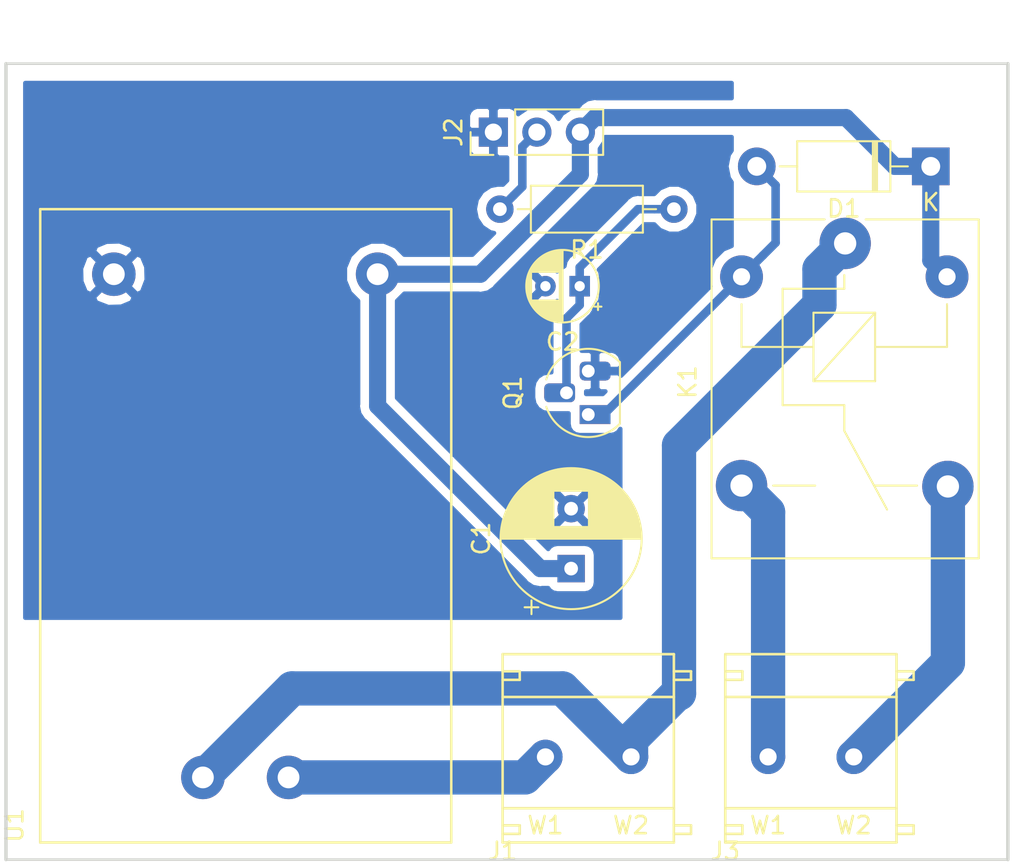
<source format=kicad_pcb>
(kicad_pcb (version 20171130) (host pcbnew 5.0.2-bee76a0~70~ubuntu18.04.1)

  (general
    (thickness 1.6)
    (drawings 4)
    (tracks 47)
    (zones 0)
    (modules 10)
    (nets 10)
  )

  (page A4)
  (layers
    (0 F.Cu signal)
    (31 B.Cu signal)
    (32 B.Adhes user)
    (33 F.Adhes user)
    (34 B.Paste user)
    (35 F.Paste user)
    (36 B.SilkS user)
    (37 F.SilkS user)
    (38 B.Mask user)
    (39 F.Mask user)
    (40 Dwgs.User user)
    (41 Cmts.User user)
    (42 Eco1.User user)
    (43 Eco2.User user)
    (44 Edge.Cuts user)
    (45 Margin user)
    (46 B.CrtYd user)
    (47 F.CrtYd user)
    (48 B.Fab user)
    (49 F.Fab user)
  )

  (setup
    (last_trace_width 0.5)
    (trace_clearance 0.5)
    (zone_clearance 0.508)
    (zone_45_only no)
    (trace_min 0.2)
    (segment_width 0.2)
    (edge_width 0.15)
    (via_size 0.8)
    (via_drill 0.4)
    (via_min_size 0.4)
    (via_min_drill 0.3)
    (uvia_size 0.3)
    (uvia_drill 0.1)
    (uvias_allowed no)
    (uvia_min_size 0.2)
    (uvia_min_drill 0.1)
    (pcb_text_width 0.3)
    (pcb_text_size 1.5 1.5)
    (mod_edge_width 0.15)
    (mod_text_size 1 1)
    (mod_text_width 0.15)
    (pad_size 1.524 1.524)
    (pad_drill 0.762)
    (pad_to_mask_clearance 0.051)
    (solder_mask_min_width 0.25)
    (aux_axis_origin 0 0)
    (visible_elements FFF9FF1F)
    (pcbplotparams
      (layerselection 0x010fc_ffffffff)
      (usegerberextensions false)
      (usegerberattributes false)
      (usegerberadvancedattributes false)
      (creategerberjobfile false)
      (excludeedgelayer true)
      (linewidth 0.100000)
      (plotframeref false)
      (viasonmask false)
      (mode 1)
      (useauxorigin false)
      (hpglpennumber 1)
      (hpglpenspeed 20)
      (hpglpendiameter 15.000000)
      (psnegative false)
      (psa4output false)
      (plotreference true)
      (plotvalue true)
      (plotinvisibletext false)
      (padsonsilk false)
      (subtractmaskfromsilk false)
      (outputformat 1)
      (mirror false)
      (drillshape 1)
      (scaleselection 1)
      (outputdirectory ""))
  )

  (net 0 "")
  (net 1 VCC)
  (net 2 GNDREF)
  (net 3 "Net-(C2-Pad1)")
  (net 4 "Net-(D1-Pad2)")
  (net 5 "Net-(J1-Pad1)")
  (net 6 "Net-(J1-Pad2)")
  (net 7 "Net-(J2-Pad2)")
  (net 8 "Net-(J3-Pad2)")
  (net 9 "Net-(J3-Pad1)")

  (net_class Default "This is the default net class."
    (clearance 0.5)
    (trace_width 0.5)
    (via_dia 0.8)
    (via_drill 0.4)
    (uvia_dia 0.3)
    (uvia_drill 0.1)
    (add_net GNDREF)
    (add_net "Net-(C2-Pad1)")
    (add_net "Net-(D1-Pad2)")
    (add_net "Net-(J2-Pad2)")
  )

  (net_class AC ""
    (clearance 1)
    (trace_width 2)
    (via_dia 0.8)
    (via_drill 0.4)
    (uvia_dia 0.3)
    (uvia_drill 0.1)
    (add_net "Net-(J1-Pad1)")
    (add_net "Net-(J1-Pad2)")
    (add_net "Net-(J3-Pad1)")
    (add_net "Net-(J3-Pad2)")
  )

  (net_class VCC ""
    (clearance 0.5)
    (trace_width 1)
    (via_dia 0.8)
    (via_drill 0.4)
    (uvia_dia 0.3)
    (uvia_drill 0.1)
    (add_net VCC)
  )

  (module Capacitor_THT:CP_Radial_D8.0mm_P3.50mm (layer F.Cu) (tedit 5AE50EF0) (tstamp 5C8B2020)
    (at 132 79 90)
    (descr "CP, Radial series, Radial, pin pitch=3.50mm, , diameter=8mm, Electrolytic Capacitor")
    (tags "CP Radial series Radial pin pitch 3.50mm  diameter 8mm Electrolytic Capacitor")
    (path /5C4964DD)
    (fp_text reference C1 (at 1.75 -5.25 90) (layer F.SilkS)
      (effects (font (size 1 1) (thickness 0.15)))
    )
    (fp_text value 470uF (at 1.75 5.25 90) (layer F.Fab)
      (effects (font (size 1 1) (thickness 0.15)))
    )
    (fp_circle (center 1.75 0) (end 5.75 0) (layer F.Fab) (width 0.1))
    (fp_circle (center 1.75 0) (end 5.87 0) (layer F.SilkS) (width 0.12))
    (fp_circle (center 1.75 0) (end 6 0) (layer F.CrtYd) (width 0.05))
    (fp_line (start -1.676759 -1.7475) (end -0.876759 -1.7475) (layer F.Fab) (width 0.1))
    (fp_line (start -1.276759 -2.1475) (end -1.276759 -1.3475) (layer F.Fab) (width 0.1))
    (fp_line (start 1.75 -4.08) (end 1.75 4.08) (layer F.SilkS) (width 0.12))
    (fp_line (start 1.79 -4.08) (end 1.79 4.08) (layer F.SilkS) (width 0.12))
    (fp_line (start 1.83 -4.08) (end 1.83 4.08) (layer F.SilkS) (width 0.12))
    (fp_line (start 1.87 -4.079) (end 1.87 4.079) (layer F.SilkS) (width 0.12))
    (fp_line (start 1.91 -4.077) (end 1.91 4.077) (layer F.SilkS) (width 0.12))
    (fp_line (start 1.95 -4.076) (end 1.95 4.076) (layer F.SilkS) (width 0.12))
    (fp_line (start 1.99 -4.074) (end 1.99 4.074) (layer F.SilkS) (width 0.12))
    (fp_line (start 2.03 -4.071) (end 2.03 4.071) (layer F.SilkS) (width 0.12))
    (fp_line (start 2.07 -4.068) (end 2.07 4.068) (layer F.SilkS) (width 0.12))
    (fp_line (start 2.11 -4.065) (end 2.11 4.065) (layer F.SilkS) (width 0.12))
    (fp_line (start 2.15 -4.061) (end 2.15 4.061) (layer F.SilkS) (width 0.12))
    (fp_line (start 2.19 -4.057) (end 2.19 4.057) (layer F.SilkS) (width 0.12))
    (fp_line (start 2.23 -4.052) (end 2.23 4.052) (layer F.SilkS) (width 0.12))
    (fp_line (start 2.27 -4.048) (end 2.27 4.048) (layer F.SilkS) (width 0.12))
    (fp_line (start 2.31 -4.042) (end 2.31 4.042) (layer F.SilkS) (width 0.12))
    (fp_line (start 2.35 -4.037) (end 2.35 4.037) (layer F.SilkS) (width 0.12))
    (fp_line (start 2.39 -4.03) (end 2.39 4.03) (layer F.SilkS) (width 0.12))
    (fp_line (start 2.43 -4.024) (end 2.43 4.024) (layer F.SilkS) (width 0.12))
    (fp_line (start 2.471 -4.017) (end 2.471 -1.04) (layer F.SilkS) (width 0.12))
    (fp_line (start 2.471 1.04) (end 2.471 4.017) (layer F.SilkS) (width 0.12))
    (fp_line (start 2.511 -4.01) (end 2.511 -1.04) (layer F.SilkS) (width 0.12))
    (fp_line (start 2.511 1.04) (end 2.511 4.01) (layer F.SilkS) (width 0.12))
    (fp_line (start 2.551 -4.002) (end 2.551 -1.04) (layer F.SilkS) (width 0.12))
    (fp_line (start 2.551 1.04) (end 2.551 4.002) (layer F.SilkS) (width 0.12))
    (fp_line (start 2.591 -3.994) (end 2.591 -1.04) (layer F.SilkS) (width 0.12))
    (fp_line (start 2.591 1.04) (end 2.591 3.994) (layer F.SilkS) (width 0.12))
    (fp_line (start 2.631 -3.985) (end 2.631 -1.04) (layer F.SilkS) (width 0.12))
    (fp_line (start 2.631 1.04) (end 2.631 3.985) (layer F.SilkS) (width 0.12))
    (fp_line (start 2.671 -3.976) (end 2.671 -1.04) (layer F.SilkS) (width 0.12))
    (fp_line (start 2.671 1.04) (end 2.671 3.976) (layer F.SilkS) (width 0.12))
    (fp_line (start 2.711 -3.967) (end 2.711 -1.04) (layer F.SilkS) (width 0.12))
    (fp_line (start 2.711 1.04) (end 2.711 3.967) (layer F.SilkS) (width 0.12))
    (fp_line (start 2.751 -3.957) (end 2.751 -1.04) (layer F.SilkS) (width 0.12))
    (fp_line (start 2.751 1.04) (end 2.751 3.957) (layer F.SilkS) (width 0.12))
    (fp_line (start 2.791 -3.947) (end 2.791 -1.04) (layer F.SilkS) (width 0.12))
    (fp_line (start 2.791 1.04) (end 2.791 3.947) (layer F.SilkS) (width 0.12))
    (fp_line (start 2.831 -3.936) (end 2.831 -1.04) (layer F.SilkS) (width 0.12))
    (fp_line (start 2.831 1.04) (end 2.831 3.936) (layer F.SilkS) (width 0.12))
    (fp_line (start 2.871 -3.925) (end 2.871 -1.04) (layer F.SilkS) (width 0.12))
    (fp_line (start 2.871 1.04) (end 2.871 3.925) (layer F.SilkS) (width 0.12))
    (fp_line (start 2.911 -3.914) (end 2.911 -1.04) (layer F.SilkS) (width 0.12))
    (fp_line (start 2.911 1.04) (end 2.911 3.914) (layer F.SilkS) (width 0.12))
    (fp_line (start 2.951 -3.902) (end 2.951 -1.04) (layer F.SilkS) (width 0.12))
    (fp_line (start 2.951 1.04) (end 2.951 3.902) (layer F.SilkS) (width 0.12))
    (fp_line (start 2.991 -3.889) (end 2.991 -1.04) (layer F.SilkS) (width 0.12))
    (fp_line (start 2.991 1.04) (end 2.991 3.889) (layer F.SilkS) (width 0.12))
    (fp_line (start 3.031 -3.877) (end 3.031 -1.04) (layer F.SilkS) (width 0.12))
    (fp_line (start 3.031 1.04) (end 3.031 3.877) (layer F.SilkS) (width 0.12))
    (fp_line (start 3.071 -3.863) (end 3.071 -1.04) (layer F.SilkS) (width 0.12))
    (fp_line (start 3.071 1.04) (end 3.071 3.863) (layer F.SilkS) (width 0.12))
    (fp_line (start 3.111 -3.85) (end 3.111 -1.04) (layer F.SilkS) (width 0.12))
    (fp_line (start 3.111 1.04) (end 3.111 3.85) (layer F.SilkS) (width 0.12))
    (fp_line (start 3.151 -3.835) (end 3.151 -1.04) (layer F.SilkS) (width 0.12))
    (fp_line (start 3.151 1.04) (end 3.151 3.835) (layer F.SilkS) (width 0.12))
    (fp_line (start 3.191 -3.821) (end 3.191 -1.04) (layer F.SilkS) (width 0.12))
    (fp_line (start 3.191 1.04) (end 3.191 3.821) (layer F.SilkS) (width 0.12))
    (fp_line (start 3.231 -3.805) (end 3.231 -1.04) (layer F.SilkS) (width 0.12))
    (fp_line (start 3.231 1.04) (end 3.231 3.805) (layer F.SilkS) (width 0.12))
    (fp_line (start 3.271 -3.79) (end 3.271 -1.04) (layer F.SilkS) (width 0.12))
    (fp_line (start 3.271 1.04) (end 3.271 3.79) (layer F.SilkS) (width 0.12))
    (fp_line (start 3.311 -3.774) (end 3.311 -1.04) (layer F.SilkS) (width 0.12))
    (fp_line (start 3.311 1.04) (end 3.311 3.774) (layer F.SilkS) (width 0.12))
    (fp_line (start 3.351 -3.757) (end 3.351 -1.04) (layer F.SilkS) (width 0.12))
    (fp_line (start 3.351 1.04) (end 3.351 3.757) (layer F.SilkS) (width 0.12))
    (fp_line (start 3.391 -3.74) (end 3.391 -1.04) (layer F.SilkS) (width 0.12))
    (fp_line (start 3.391 1.04) (end 3.391 3.74) (layer F.SilkS) (width 0.12))
    (fp_line (start 3.431 -3.722) (end 3.431 -1.04) (layer F.SilkS) (width 0.12))
    (fp_line (start 3.431 1.04) (end 3.431 3.722) (layer F.SilkS) (width 0.12))
    (fp_line (start 3.471 -3.704) (end 3.471 -1.04) (layer F.SilkS) (width 0.12))
    (fp_line (start 3.471 1.04) (end 3.471 3.704) (layer F.SilkS) (width 0.12))
    (fp_line (start 3.511 -3.686) (end 3.511 -1.04) (layer F.SilkS) (width 0.12))
    (fp_line (start 3.511 1.04) (end 3.511 3.686) (layer F.SilkS) (width 0.12))
    (fp_line (start 3.551 -3.666) (end 3.551 -1.04) (layer F.SilkS) (width 0.12))
    (fp_line (start 3.551 1.04) (end 3.551 3.666) (layer F.SilkS) (width 0.12))
    (fp_line (start 3.591 -3.647) (end 3.591 -1.04) (layer F.SilkS) (width 0.12))
    (fp_line (start 3.591 1.04) (end 3.591 3.647) (layer F.SilkS) (width 0.12))
    (fp_line (start 3.631 -3.627) (end 3.631 -1.04) (layer F.SilkS) (width 0.12))
    (fp_line (start 3.631 1.04) (end 3.631 3.627) (layer F.SilkS) (width 0.12))
    (fp_line (start 3.671 -3.606) (end 3.671 -1.04) (layer F.SilkS) (width 0.12))
    (fp_line (start 3.671 1.04) (end 3.671 3.606) (layer F.SilkS) (width 0.12))
    (fp_line (start 3.711 -3.584) (end 3.711 -1.04) (layer F.SilkS) (width 0.12))
    (fp_line (start 3.711 1.04) (end 3.711 3.584) (layer F.SilkS) (width 0.12))
    (fp_line (start 3.751 -3.562) (end 3.751 -1.04) (layer F.SilkS) (width 0.12))
    (fp_line (start 3.751 1.04) (end 3.751 3.562) (layer F.SilkS) (width 0.12))
    (fp_line (start 3.791 -3.54) (end 3.791 -1.04) (layer F.SilkS) (width 0.12))
    (fp_line (start 3.791 1.04) (end 3.791 3.54) (layer F.SilkS) (width 0.12))
    (fp_line (start 3.831 -3.517) (end 3.831 -1.04) (layer F.SilkS) (width 0.12))
    (fp_line (start 3.831 1.04) (end 3.831 3.517) (layer F.SilkS) (width 0.12))
    (fp_line (start 3.871 -3.493) (end 3.871 -1.04) (layer F.SilkS) (width 0.12))
    (fp_line (start 3.871 1.04) (end 3.871 3.493) (layer F.SilkS) (width 0.12))
    (fp_line (start 3.911 -3.469) (end 3.911 -1.04) (layer F.SilkS) (width 0.12))
    (fp_line (start 3.911 1.04) (end 3.911 3.469) (layer F.SilkS) (width 0.12))
    (fp_line (start 3.951 -3.444) (end 3.951 -1.04) (layer F.SilkS) (width 0.12))
    (fp_line (start 3.951 1.04) (end 3.951 3.444) (layer F.SilkS) (width 0.12))
    (fp_line (start 3.991 -3.418) (end 3.991 -1.04) (layer F.SilkS) (width 0.12))
    (fp_line (start 3.991 1.04) (end 3.991 3.418) (layer F.SilkS) (width 0.12))
    (fp_line (start 4.031 -3.392) (end 4.031 -1.04) (layer F.SilkS) (width 0.12))
    (fp_line (start 4.031 1.04) (end 4.031 3.392) (layer F.SilkS) (width 0.12))
    (fp_line (start 4.071 -3.365) (end 4.071 -1.04) (layer F.SilkS) (width 0.12))
    (fp_line (start 4.071 1.04) (end 4.071 3.365) (layer F.SilkS) (width 0.12))
    (fp_line (start 4.111 -3.338) (end 4.111 -1.04) (layer F.SilkS) (width 0.12))
    (fp_line (start 4.111 1.04) (end 4.111 3.338) (layer F.SilkS) (width 0.12))
    (fp_line (start 4.151 -3.309) (end 4.151 -1.04) (layer F.SilkS) (width 0.12))
    (fp_line (start 4.151 1.04) (end 4.151 3.309) (layer F.SilkS) (width 0.12))
    (fp_line (start 4.191 -3.28) (end 4.191 -1.04) (layer F.SilkS) (width 0.12))
    (fp_line (start 4.191 1.04) (end 4.191 3.28) (layer F.SilkS) (width 0.12))
    (fp_line (start 4.231 -3.25) (end 4.231 -1.04) (layer F.SilkS) (width 0.12))
    (fp_line (start 4.231 1.04) (end 4.231 3.25) (layer F.SilkS) (width 0.12))
    (fp_line (start 4.271 -3.22) (end 4.271 -1.04) (layer F.SilkS) (width 0.12))
    (fp_line (start 4.271 1.04) (end 4.271 3.22) (layer F.SilkS) (width 0.12))
    (fp_line (start 4.311 -3.189) (end 4.311 -1.04) (layer F.SilkS) (width 0.12))
    (fp_line (start 4.311 1.04) (end 4.311 3.189) (layer F.SilkS) (width 0.12))
    (fp_line (start 4.351 -3.156) (end 4.351 -1.04) (layer F.SilkS) (width 0.12))
    (fp_line (start 4.351 1.04) (end 4.351 3.156) (layer F.SilkS) (width 0.12))
    (fp_line (start 4.391 -3.124) (end 4.391 -1.04) (layer F.SilkS) (width 0.12))
    (fp_line (start 4.391 1.04) (end 4.391 3.124) (layer F.SilkS) (width 0.12))
    (fp_line (start 4.431 -3.09) (end 4.431 -1.04) (layer F.SilkS) (width 0.12))
    (fp_line (start 4.431 1.04) (end 4.431 3.09) (layer F.SilkS) (width 0.12))
    (fp_line (start 4.471 -3.055) (end 4.471 -1.04) (layer F.SilkS) (width 0.12))
    (fp_line (start 4.471 1.04) (end 4.471 3.055) (layer F.SilkS) (width 0.12))
    (fp_line (start 4.511 -3.019) (end 4.511 -1.04) (layer F.SilkS) (width 0.12))
    (fp_line (start 4.511 1.04) (end 4.511 3.019) (layer F.SilkS) (width 0.12))
    (fp_line (start 4.551 -2.983) (end 4.551 2.983) (layer F.SilkS) (width 0.12))
    (fp_line (start 4.591 -2.945) (end 4.591 2.945) (layer F.SilkS) (width 0.12))
    (fp_line (start 4.631 -2.907) (end 4.631 2.907) (layer F.SilkS) (width 0.12))
    (fp_line (start 4.671 -2.867) (end 4.671 2.867) (layer F.SilkS) (width 0.12))
    (fp_line (start 4.711 -2.826) (end 4.711 2.826) (layer F.SilkS) (width 0.12))
    (fp_line (start 4.751 -2.784) (end 4.751 2.784) (layer F.SilkS) (width 0.12))
    (fp_line (start 4.791 -2.741) (end 4.791 2.741) (layer F.SilkS) (width 0.12))
    (fp_line (start 4.831 -2.697) (end 4.831 2.697) (layer F.SilkS) (width 0.12))
    (fp_line (start 4.871 -2.651) (end 4.871 2.651) (layer F.SilkS) (width 0.12))
    (fp_line (start 4.911 -2.604) (end 4.911 2.604) (layer F.SilkS) (width 0.12))
    (fp_line (start 4.951 -2.556) (end 4.951 2.556) (layer F.SilkS) (width 0.12))
    (fp_line (start 4.991 -2.505) (end 4.991 2.505) (layer F.SilkS) (width 0.12))
    (fp_line (start 5.031 -2.454) (end 5.031 2.454) (layer F.SilkS) (width 0.12))
    (fp_line (start 5.071 -2.4) (end 5.071 2.4) (layer F.SilkS) (width 0.12))
    (fp_line (start 5.111 -2.345) (end 5.111 2.345) (layer F.SilkS) (width 0.12))
    (fp_line (start 5.151 -2.287) (end 5.151 2.287) (layer F.SilkS) (width 0.12))
    (fp_line (start 5.191 -2.228) (end 5.191 2.228) (layer F.SilkS) (width 0.12))
    (fp_line (start 5.231 -2.166) (end 5.231 2.166) (layer F.SilkS) (width 0.12))
    (fp_line (start 5.271 -2.102) (end 5.271 2.102) (layer F.SilkS) (width 0.12))
    (fp_line (start 5.311 -2.034) (end 5.311 2.034) (layer F.SilkS) (width 0.12))
    (fp_line (start 5.351 -1.964) (end 5.351 1.964) (layer F.SilkS) (width 0.12))
    (fp_line (start 5.391 -1.89) (end 5.391 1.89) (layer F.SilkS) (width 0.12))
    (fp_line (start 5.431 -1.813) (end 5.431 1.813) (layer F.SilkS) (width 0.12))
    (fp_line (start 5.471 -1.731) (end 5.471 1.731) (layer F.SilkS) (width 0.12))
    (fp_line (start 5.511 -1.645) (end 5.511 1.645) (layer F.SilkS) (width 0.12))
    (fp_line (start 5.551 -1.552) (end 5.551 1.552) (layer F.SilkS) (width 0.12))
    (fp_line (start 5.591 -1.453) (end 5.591 1.453) (layer F.SilkS) (width 0.12))
    (fp_line (start 5.631 -1.346) (end 5.631 1.346) (layer F.SilkS) (width 0.12))
    (fp_line (start 5.671 -1.229) (end 5.671 1.229) (layer F.SilkS) (width 0.12))
    (fp_line (start 5.711 -1.098) (end 5.711 1.098) (layer F.SilkS) (width 0.12))
    (fp_line (start 5.751 -0.948) (end 5.751 0.948) (layer F.SilkS) (width 0.12))
    (fp_line (start 5.791 -0.768) (end 5.791 0.768) (layer F.SilkS) (width 0.12))
    (fp_line (start 5.831 -0.533) (end 5.831 0.533) (layer F.SilkS) (width 0.12))
    (fp_line (start -2.659698 -2.315) (end -1.859698 -2.315) (layer F.SilkS) (width 0.12))
    (fp_line (start -2.259698 -2.715) (end -2.259698 -1.915) (layer F.SilkS) (width 0.12))
    (fp_text user %R (at 1.75 0 90) (layer F.Fab)
      (effects (font (size 1 1) (thickness 0.15)))
    )
    (pad 1 thru_hole rect (at 0 0 90) (size 1.6 1.6) (drill 0.8) (layers *.Cu *.Mask)
      (net 1 VCC))
    (pad 2 thru_hole circle (at 3.5 0 90) (size 1.6 1.6) (drill 0.8) (layers *.Cu *.Mask)
      (net 2 GNDREF))
    (model ${KISYS3DMOD}/Capacitor_THT.3dshapes/CP_Radial_D8.0mm_P3.50mm.wrl
      (at (xyz 0 0 0))
      (scale (xyz 1 1 1))
      (rotate (xyz 0 0 0))
    )
  )

  (module Capacitor_THT:CP_Radial_D4.0mm_P2.00mm (layer F.Cu) (tedit 5AE50EF0) (tstamp 5C8B4A8F)
    (at 132.5 62.5 180)
    (descr "CP, Radial series, Radial, pin pitch=2.00mm, , diameter=4mm, Electrolytic Capacitor")
    (tags "CP Radial series Radial pin pitch 2.00mm  diameter 4mm Electrolytic Capacitor")
    (path /5C49681B)
    (fp_text reference C2 (at 1 -3.25 180) (layer F.SilkS)
      (effects (font (size 1 1) (thickness 0.15)))
    )
    (fp_text value 4.7uF (at 1 3.25 180) (layer F.Fab)
      (effects (font (size 1 1) (thickness 0.15)))
    )
    (fp_circle (center 1 0) (end 3 0) (layer F.Fab) (width 0.1))
    (fp_circle (center 1 0) (end 3.12 0) (layer F.SilkS) (width 0.12))
    (fp_circle (center 1 0) (end 3.25 0) (layer F.CrtYd) (width 0.05))
    (fp_line (start -0.702554 -0.8675) (end -0.302554 -0.8675) (layer F.Fab) (width 0.1))
    (fp_line (start -0.502554 -1.0675) (end -0.502554 -0.6675) (layer F.Fab) (width 0.1))
    (fp_line (start 1 -2.08) (end 1 2.08) (layer F.SilkS) (width 0.12))
    (fp_line (start 1.04 -2.08) (end 1.04 2.08) (layer F.SilkS) (width 0.12))
    (fp_line (start 1.08 -2.079) (end 1.08 2.079) (layer F.SilkS) (width 0.12))
    (fp_line (start 1.12 -2.077) (end 1.12 2.077) (layer F.SilkS) (width 0.12))
    (fp_line (start 1.16 -2.074) (end 1.16 2.074) (layer F.SilkS) (width 0.12))
    (fp_line (start 1.2 -2.071) (end 1.2 -0.84) (layer F.SilkS) (width 0.12))
    (fp_line (start 1.2 0.84) (end 1.2 2.071) (layer F.SilkS) (width 0.12))
    (fp_line (start 1.24 -2.067) (end 1.24 -0.84) (layer F.SilkS) (width 0.12))
    (fp_line (start 1.24 0.84) (end 1.24 2.067) (layer F.SilkS) (width 0.12))
    (fp_line (start 1.28 -2.062) (end 1.28 -0.84) (layer F.SilkS) (width 0.12))
    (fp_line (start 1.28 0.84) (end 1.28 2.062) (layer F.SilkS) (width 0.12))
    (fp_line (start 1.32 -2.056) (end 1.32 -0.84) (layer F.SilkS) (width 0.12))
    (fp_line (start 1.32 0.84) (end 1.32 2.056) (layer F.SilkS) (width 0.12))
    (fp_line (start 1.36 -2.05) (end 1.36 -0.84) (layer F.SilkS) (width 0.12))
    (fp_line (start 1.36 0.84) (end 1.36 2.05) (layer F.SilkS) (width 0.12))
    (fp_line (start 1.4 -2.042) (end 1.4 -0.84) (layer F.SilkS) (width 0.12))
    (fp_line (start 1.4 0.84) (end 1.4 2.042) (layer F.SilkS) (width 0.12))
    (fp_line (start 1.44 -2.034) (end 1.44 -0.84) (layer F.SilkS) (width 0.12))
    (fp_line (start 1.44 0.84) (end 1.44 2.034) (layer F.SilkS) (width 0.12))
    (fp_line (start 1.48 -2.025) (end 1.48 -0.84) (layer F.SilkS) (width 0.12))
    (fp_line (start 1.48 0.84) (end 1.48 2.025) (layer F.SilkS) (width 0.12))
    (fp_line (start 1.52 -2.016) (end 1.52 -0.84) (layer F.SilkS) (width 0.12))
    (fp_line (start 1.52 0.84) (end 1.52 2.016) (layer F.SilkS) (width 0.12))
    (fp_line (start 1.56 -2.005) (end 1.56 -0.84) (layer F.SilkS) (width 0.12))
    (fp_line (start 1.56 0.84) (end 1.56 2.005) (layer F.SilkS) (width 0.12))
    (fp_line (start 1.6 -1.994) (end 1.6 -0.84) (layer F.SilkS) (width 0.12))
    (fp_line (start 1.6 0.84) (end 1.6 1.994) (layer F.SilkS) (width 0.12))
    (fp_line (start 1.64 -1.982) (end 1.64 -0.84) (layer F.SilkS) (width 0.12))
    (fp_line (start 1.64 0.84) (end 1.64 1.982) (layer F.SilkS) (width 0.12))
    (fp_line (start 1.68 -1.968) (end 1.68 -0.84) (layer F.SilkS) (width 0.12))
    (fp_line (start 1.68 0.84) (end 1.68 1.968) (layer F.SilkS) (width 0.12))
    (fp_line (start 1.721 -1.954) (end 1.721 -0.84) (layer F.SilkS) (width 0.12))
    (fp_line (start 1.721 0.84) (end 1.721 1.954) (layer F.SilkS) (width 0.12))
    (fp_line (start 1.761 -1.94) (end 1.761 -0.84) (layer F.SilkS) (width 0.12))
    (fp_line (start 1.761 0.84) (end 1.761 1.94) (layer F.SilkS) (width 0.12))
    (fp_line (start 1.801 -1.924) (end 1.801 -0.84) (layer F.SilkS) (width 0.12))
    (fp_line (start 1.801 0.84) (end 1.801 1.924) (layer F.SilkS) (width 0.12))
    (fp_line (start 1.841 -1.907) (end 1.841 -0.84) (layer F.SilkS) (width 0.12))
    (fp_line (start 1.841 0.84) (end 1.841 1.907) (layer F.SilkS) (width 0.12))
    (fp_line (start 1.881 -1.889) (end 1.881 -0.84) (layer F.SilkS) (width 0.12))
    (fp_line (start 1.881 0.84) (end 1.881 1.889) (layer F.SilkS) (width 0.12))
    (fp_line (start 1.921 -1.87) (end 1.921 -0.84) (layer F.SilkS) (width 0.12))
    (fp_line (start 1.921 0.84) (end 1.921 1.87) (layer F.SilkS) (width 0.12))
    (fp_line (start 1.961 -1.851) (end 1.961 -0.84) (layer F.SilkS) (width 0.12))
    (fp_line (start 1.961 0.84) (end 1.961 1.851) (layer F.SilkS) (width 0.12))
    (fp_line (start 2.001 -1.83) (end 2.001 -0.84) (layer F.SilkS) (width 0.12))
    (fp_line (start 2.001 0.84) (end 2.001 1.83) (layer F.SilkS) (width 0.12))
    (fp_line (start 2.041 -1.808) (end 2.041 -0.84) (layer F.SilkS) (width 0.12))
    (fp_line (start 2.041 0.84) (end 2.041 1.808) (layer F.SilkS) (width 0.12))
    (fp_line (start 2.081 -1.785) (end 2.081 -0.84) (layer F.SilkS) (width 0.12))
    (fp_line (start 2.081 0.84) (end 2.081 1.785) (layer F.SilkS) (width 0.12))
    (fp_line (start 2.121 -1.76) (end 2.121 -0.84) (layer F.SilkS) (width 0.12))
    (fp_line (start 2.121 0.84) (end 2.121 1.76) (layer F.SilkS) (width 0.12))
    (fp_line (start 2.161 -1.735) (end 2.161 -0.84) (layer F.SilkS) (width 0.12))
    (fp_line (start 2.161 0.84) (end 2.161 1.735) (layer F.SilkS) (width 0.12))
    (fp_line (start 2.201 -1.708) (end 2.201 -0.84) (layer F.SilkS) (width 0.12))
    (fp_line (start 2.201 0.84) (end 2.201 1.708) (layer F.SilkS) (width 0.12))
    (fp_line (start 2.241 -1.68) (end 2.241 -0.84) (layer F.SilkS) (width 0.12))
    (fp_line (start 2.241 0.84) (end 2.241 1.68) (layer F.SilkS) (width 0.12))
    (fp_line (start 2.281 -1.65) (end 2.281 -0.84) (layer F.SilkS) (width 0.12))
    (fp_line (start 2.281 0.84) (end 2.281 1.65) (layer F.SilkS) (width 0.12))
    (fp_line (start 2.321 -1.619) (end 2.321 -0.84) (layer F.SilkS) (width 0.12))
    (fp_line (start 2.321 0.84) (end 2.321 1.619) (layer F.SilkS) (width 0.12))
    (fp_line (start 2.361 -1.587) (end 2.361 -0.84) (layer F.SilkS) (width 0.12))
    (fp_line (start 2.361 0.84) (end 2.361 1.587) (layer F.SilkS) (width 0.12))
    (fp_line (start 2.401 -1.552) (end 2.401 -0.84) (layer F.SilkS) (width 0.12))
    (fp_line (start 2.401 0.84) (end 2.401 1.552) (layer F.SilkS) (width 0.12))
    (fp_line (start 2.441 -1.516) (end 2.441 -0.84) (layer F.SilkS) (width 0.12))
    (fp_line (start 2.441 0.84) (end 2.441 1.516) (layer F.SilkS) (width 0.12))
    (fp_line (start 2.481 -1.478) (end 2.481 -0.84) (layer F.SilkS) (width 0.12))
    (fp_line (start 2.481 0.84) (end 2.481 1.478) (layer F.SilkS) (width 0.12))
    (fp_line (start 2.521 -1.438) (end 2.521 -0.84) (layer F.SilkS) (width 0.12))
    (fp_line (start 2.521 0.84) (end 2.521 1.438) (layer F.SilkS) (width 0.12))
    (fp_line (start 2.561 -1.396) (end 2.561 -0.84) (layer F.SilkS) (width 0.12))
    (fp_line (start 2.561 0.84) (end 2.561 1.396) (layer F.SilkS) (width 0.12))
    (fp_line (start 2.601 -1.351) (end 2.601 -0.84) (layer F.SilkS) (width 0.12))
    (fp_line (start 2.601 0.84) (end 2.601 1.351) (layer F.SilkS) (width 0.12))
    (fp_line (start 2.641 -1.304) (end 2.641 -0.84) (layer F.SilkS) (width 0.12))
    (fp_line (start 2.641 0.84) (end 2.641 1.304) (layer F.SilkS) (width 0.12))
    (fp_line (start 2.681 -1.254) (end 2.681 -0.84) (layer F.SilkS) (width 0.12))
    (fp_line (start 2.681 0.84) (end 2.681 1.254) (layer F.SilkS) (width 0.12))
    (fp_line (start 2.721 -1.2) (end 2.721 -0.84) (layer F.SilkS) (width 0.12))
    (fp_line (start 2.721 0.84) (end 2.721 1.2) (layer F.SilkS) (width 0.12))
    (fp_line (start 2.761 -1.142) (end 2.761 -0.84) (layer F.SilkS) (width 0.12))
    (fp_line (start 2.761 0.84) (end 2.761 1.142) (layer F.SilkS) (width 0.12))
    (fp_line (start 2.801 -1.08) (end 2.801 -0.84) (layer F.SilkS) (width 0.12))
    (fp_line (start 2.801 0.84) (end 2.801 1.08) (layer F.SilkS) (width 0.12))
    (fp_line (start 2.841 -1.013) (end 2.841 1.013) (layer F.SilkS) (width 0.12))
    (fp_line (start 2.881 -0.94) (end 2.881 0.94) (layer F.SilkS) (width 0.12))
    (fp_line (start 2.921 -0.859) (end 2.921 0.859) (layer F.SilkS) (width 0.12))
    (fp_line (start 2.961 -0.768) (end 2.961 0.768) (layer F.SilkS) (width 0.12))
    (fp_line (start 3.001 -0.664) (end 3.001 0.664) (layer F.SilkS) (width 0.12))
    (fp_line (start 3.041 -0.537) (end 3.041 0.537) (layer F.SilkS) (width 0.12))
    (fp_line (start 3.081 -0.37) (end 3.081 0.37) (layer F.SilkS) (width 0.12))
    (fp_line (start -1.269801 -1.195) (end -0.869801 -1.195) (layer F.SilkS) (width 0.12))
    (fp_line (start -1.069801 -1.395) (end -1.069801 -0.995) (layer F.SilkS) (width 0.12))
    (fp_text user %R (at 1 0 180) (layer F.Fab)
      (effects (font (size 0.8 0.8) (thickness 0.12)))
    )
    (pad 1 thru_hole rect (at 0 0 180) (size 1.2 1.2) (drill 0.6) (layers *.Cu *.Mask)
      (net 3 "Net-(C2-Pad1)"))
    (pad 2 thru_hole circle (at 2 0 180) (size 1.2 1.2) (drill 0.6) (layers *.Cu *.Mask)
      (net 2 GNDREF))
    (model ${KISYS3DMOD}/Capacitor_THT.3dshapes/CP_Radial_D4.0mm_P2.00mm.wrl
      (at (xyz 0 0 0))
      (scale (xyz 1 1 1))
      (rotate (xyz 0 0 0))
    )
  )

  (module Diode_THT:D_DO-41_SOD81_P10.16mm_Horizontal (layer F.Cu) (tedit 5AE50CD5) (tstamp 5C8B3B47)
    (at 153 55.5 180)
    (descr "Diode, DO-41_SOD81 series, Axial, Horizontal, pin pitch=10.16mm, , length*diameter=5.2*2.7mm^2, , http://www.diodes.com/_files/packages/DO-41%20(Plastic).pdf")
    (tags "Diode DO-41_SOD81 series Axial Horizontal pin pitch 10.16mm  length 5.2mm diameter 2.7mm")
    (path /5C496100)
    (fp_text reference D1 (at 5.08 -2.47 180) (layer F.SilkS)
      (effects (font (size 1 1) (thickness 0.15)))
    )
    (fp_text value 1N4001 (at 5.08 2.47 180) (layer F.Fab)
      (effects (font (size 1 1) (thickness 0.15)))
    )
    (fp_line (start 2.48 -1.35) (end 2.48 1.35) (layer F.Fab) (width 0.1))
    (fp_line (start 2.48 1.35) (end 7.68 1.35) (layer F.Fab) (width 0.1))
    (fp_line (start 7.68 1.35) (end 7.68 -1.35) (layer F.Fab) (width 0.1))
    (fp_line (start 7.68 -1.35) (end 2.48 -1.35) (layer F.Fab) (width 0.1))
    (fp_line (start 0 0) (end 2.48 0) (layer F.Fab) (width 0.1))
    (fp_line (start 10.16 0) (end 7.68 0) (layer F.Fab) (width 0.1))
    (fp_line (start 3.26 -1.35) (end 3.26 1.35) (layer F.Fab) (width 0.1))
    (fp_line (start 3.36 -1.35) (end 3.36 1.35) (layer F.Fab) (width 0.1))
    (fp_line (start 3.16 -1.35) (end 3.16 1.35) (layer F.Fab) (width 0.1))
    (fp_line (start 2.36 -1.47) (end 2.36 1.47) (layer F.SilkS) (width 0.12))
    (fp_line (start 2.36 1.47) (end 7.8 1.47) (layer F.SilkS) (width 0.12))
    (fp_line (start 7.8 1.47) (end 7.8 -1.47) (layer F.SilkS) (width 0.12))
    (fp_line (start 7.8 -1.47) (end 2.36 -1.47) (layer F.SilkS) (width 0.12))
    (fp_line (start 1.34 0) (end 2.36 0) (layer F.SilkS) (width 0.12))
    (fp_line (start 8.82 0) (end 7.8 0) (layer F.SilkS) (width 0.12))
    (fp_line (start 3.26 -1.47) (end 3.26 1.47) (layer F.SilkS) (width 0.12))
    (fp_line (start 3.38 -1.47) (end 3.38 1.47) (layer F.SilkS) (width 0.12))
    (fp_line (start 3.14 -1.47) (end 3.14 1.47) (layer F.SilkS) (width 0.12))
    (fp_line (start -1.35 -1.6) (end -1.35 1.6) (layer F.CrtYd) (width 0.05))
    (fp_line (start -1.35 1.6) (end 11.51 1.6) (layer F.CrtYd) (width 0.05))
    (fp_line (start 11.51 1.6) (end 11.51 -1.6) (layer F.CrtYd) (width 0.05))
    (fp_line (start 11.51 -1.6) (end -1.35 -1.6) (layer F.CrtYd) (width 0.05))
    (fp_text user %R (at 5.47 0 180) (layer F.Fab)
      (effects (font (size 1 1) (thickness 0.15)))
    )
    (fp_text user K (at 0 -2.1 180) (layer F.Fab)
      (effects (font (size 1 1) (thickness 0.15)))
    )
    (fp_text user K (at 0 -2.1 180) (layer F.SilkS)
      (effects (font (size 1 1) (thickness 0.15)))
    )
    (pad 1 thru_hole rect (at 0 0 180) (size 2.2 2.2) (drill 1.1) (layers *.Cu *.Mask)
      (net 1 VCC))
    (pad 2 thru_hole oval (at 10.16 0 180) (size 2.2 2.2) (drill 1.1) (layers *.Cu *.Mask)
      (net 4 "Net-(D1-Pad2)"))
    (model ${KISYS3DMOD}/Diode_THT.3dshapes/D_DO-41_SOD81_P10.16mm_Horizontal.wrl
      (at (xyz 0 0 0))
      (scale (xyz 1 1 1))
      (rotate (xyz 0 0 0))
    )
  )

  (module mylibs:Screw_terminal_2pin_P5mm_width10mm (layer F.Cu) (tedit 5C7E6A21) (tstamp 5C8B20C5)
    (at 128 95)
    (path /5C4963C1)
    (fp_text reference J1 (at 0 0.5) (layer F.SilkS)
      (effects (font (size 1 1) (thickness 0.15)))
    )
    (fp_text value Screw_Terminal_01x02 (at 7.5 -12.5) (layer F.Fab)
      (effects (font (size 1 1) (thickness 0.15)))
    )
    (fp_line (start 0 0) (end 0 -11) (layer F.SilkS) (width 0.15))
    (fp_line (start 0 -11) (end 10 -11) (layer F.SilkS) (width 0.15))
    (fp_line (start 10 -11) (end 10 0) (layer F.SilkS) (width 0.15))
    (fp_line (start 10 0) (end 0 0) (layer F.SilkS) (width 0.15))
    (fp_line (start 0 -2) (end 10 -2) (layer F.SilkS) (width 0.15))
    (fp_line (start 0 -8.5) (end 10 -8.5) (layer F.SilkS) (width 0.15))
    (fp_line (start 10 -10) (end 11 -10) (layer F.SilkS) (width 0.15))
    (fp_line (start 11 -10) (end 11 -9.5) (layer F.SilkS) (width 0.15))
    (fp_line (start 11 -9.5) (end 10 -9.5) (layer F.SilkS) (width 0.15))
    (fp_line (start 0 -10) (end 1 -10) (layer F.SilkS) (width 0.15))
    (fp_line (start 1 -10) (end 1 -9.5) (layer F.SilkS) (width 0.15))
    (fp_line (start 1 -9.5) (end 0 -9.5) (layer F.SilkS) (width 0.15))
    (fp_line (start 10 -1) (end 11 -1) (layer F.SilkS) (width 0.15))
    (fp_line (start 11 -1) (end 11 -0.5) (layer F.SilkS) (width 0.15))
    (fp_line (start 11 -0.5) (end 10 -0.5) (layer F.SilkS) (width 0.15))
    (fp_line (start 0 -1) (end 1 -1) (layer F.SilkS) (width 0.15))
    (fp_line (start 1 -1) (end 1 -0.5) (layer F.SilkS) (width 0.15))
    (fp_line (start 1 -0.5) (end 0 -0.5) (layer F.SilkS) (width 0.15))
    (fp_text user W1 (at 2.5 -1) (layer F.SilkS)
      (effects (font (size 1 1) (thickness 0.15)))
    )
    (fp_text user W2 (at 7.5 -1) (layer F.SilkS)
      (effects (font (size 1 1) (thickness 0.15)))
    )
    (pad 1 thru_hole circle (at 2.5 -5) (size 2 2) (drill 1) (layers *.Cu *.Mask)
      (net 5 "Net-(J1-Pad1)"))
    (pad 2 thru_hole circle (at 7.5 -5) (size 2 2) (drill 1) (layers *.Cu *.Mask)
      (net 6 "Net-(J1-Pad2)"))
  )

  (module Connector_PinHeader_2.54mm:PinHeader_1x03_P2.54mm_Vertical (layer F.Cu) (tedit 59FED5CC) (tstamp 5C8B3661)
    (at 127.46 53.5 90)
    (descr "Through hole straight pin header, 1x03, 2.54mm pitch, single row")
    (tags "Through hole pin header THT 1x03 2.54mm single row")
    (path /5C49621D)
    (fp_text reference J2 (at 0 -2.33 90) (layer F.SilkS)
      (effects (font (size 1 1) (thickness 0.15)))
    )
    (fp_text value Conn_01x03_Female (at 0 7.41 90) (layer F.Fab)
      (effects (font (size 1 1) (thickness 0.15)))
    )
    (fp_line (start -0.635 -1.27) (end 1.27 -1.27) (layer F.Fab) (width 0.1))
    (fp_line (start 1.27 -1.27) (end 1.27 6.35) (layer F.Fab) (width 0.1))
    (fp_line (start 1.27 6.35) (end -1.27 6.35) (layer F.Fab) (width 0.1))
    (fp_line (start -1.27 6.35) (end -1.27 -0.635) (layer F.Fab) (width 0.1))
    (fp_line (start -1.27 -0.635) (end -0.635 -1.27) (layer F.Fab) (width 0.1))
    (fp_line (start -1.33 6.41) (end 1.33 6.41) (layer F.SilkS) (width 0.12))
    (fp_line (start -1.33 1.27) (end -1.33 6.41) (layer F.SilkS) (width 0.12))
    (fp_line (start 1.33 1.27) (end 1.33 6.41) (layer F.SilkS) (width 0.12))
    (fp_line (start -1.33 1.27) (end 1.33 1.27) (layer F.SilkS) (width 0.12))
    (fp_line (start -1.33 0) (end -1.33 -1.33) (layer F.SilkS) (width 0.12))
    (fp_line (start -1.33 -1.33) (end 0 -1.33) (layer F.SilkS) (width 0.12))
    (fp_line (start -1.8 -1.8) (end -1.8 6.85) (layer F.CrtYd) (width 0.05))
    (fp_line (start -1.8 6.85) (end 1.8 6.85) (layer F.CrtYd) (width 0.05))
    (fp_line (start 1.8 6.85) (end 1.8 -1.8) (layer F.CrtYd) (width 0.05))
    (fp_line (start 1.8 -1.8) (end -1.8 -1.8) (layer F.CrtYd) (width 0.05))
    (fp_text user %R (at 0 2.54 180) (layer F.Fab)
      (effects (font (size 1 1) (thickness 0.15)))
    )
    (pad 1 thru_hole rect (at 0 0 90) (size 1.7 1.7) (drill 1) (layers *.Cu *.Mask)
      (net 2 GNDREF))
    (pad 2 thru_hole oval (at 0 2.54 90) (size 1.7 1.7) (drill 1) (layers *.Cu *.Mask)
      (net 7 "Net-(J2-Pad2)"))
    (pad 3 thru_hole oval (at 0 5.08 90) (size 1.7 1.7) (drill 1) (layers *.Cu *.Mask)
      (net 1 VCC))
    (model ${KISYS3DMOD}/Connector_PinHeader_2.54mm.3dshapes/PinHeader_1x03_P2.54mm_Vertical.wrl
      (at (xyz 0 0 0))
      (scale (xyz 1 1 1))
      (rotate (xyz 0 0 0))
    )
  )

  (module mylibs:Screw_terminal_2pin_P5mm_width10mm (layer F.Cu) (tedit 5C7E6A21) (tstamp 5C8B20F6)
    (at 141 95)
    (path /5C49642E)
    (fp_text reference J3 (at 0 0.5) (layer F.SilkS)
      (effects (font (size 1 1) (thickness 0.15)))
    )
    (fp_text value Screw_Terminal_01x02 (at 7.5 -12.5) (layer F.Fab)
      (effects (font (size 1 1) (thickness 0.15)))
    )
    (fp_text user W2 (at 7.5 -1) (layer F.SilkS)
      (effects (font (size 1 1) (thickness 0.15)))
    )
    (fp_text user W1 (at 2.5 -1) (layer F.SilkS)
      (effects (font (size 1 1) (thickness 0.15)))
    )
    (fp_line (start 1 -0.5) (end 0 -0.5) (layer F.SilkS) (width 0.15))
    (fp_line (start 1 -1) (end 1 -0.5) (layer F.SilkS) (width 0.15))
    (fp_line (start 0 -1) (end 1 -1) (layer F.SilkS) (width 0.15))
    (fp_line (start 11 -0.5) (end 10 -0.5) (layer F.SilkS) (width 0.15))
    (fp_line (start 11 -1) (end 11 -0.5) (layer F.SilkS) (width 0.15))
    (fp_line (start 10 -1) (end 11 -1) (layer F.SilkS) (width 0.15))
    (fp_line (start 1 -9.5) (end 0 -9.5) (layer F.SilkS) (width 0.15))
    (fp_line (start 1 -10) (end 1 -9.5) (layer F.SilkS) (width 0.15))
    (fp_line (start 0 -10) (end 1 -10) (layer F.SilkS) (width 0.15))
    (fp_line (start 11 -9.5) (end 10 -9.5) (layer F.SilkS) (width 0.15))
    (fp_line (start 11 -10) (end 11 -9.5) (layer F.SilkS) (width 0.15))
    (fp_line (start 10 -10) (end 11 -10) (layer F.SilkS) (width 0.15))
    (fp_line (start 0 -8.5) (end 10 -8.5) (layer F.SilkS) (width 0.15))
    (fp_line (start 0 -2) (end 10 -2) (layer F.SilkS) (width 0.15))
    (fp_line (start 10 0) (end 0 0) (layer F.SilkS) (width 0.15))
    (fp_line (start 10 -11) (end 10 0) (layer F.SilkS) (width 0.15))
    (fp_line (start 0 -11) (end 10 -11) (layer F.SilkS) (width 0.15))
    (fp_line (start 0 0) (end 0 -11) (layer F.SilkS) (width 0.15))
    (pad 2 thru_hole circle (at 7.5 -5) (size 2 2) (drill 1) (layers *.Cu *.Mask)
      (net 8 "Net-(J3-Pad2)"))
    (pad 1 thru_hole circle (at 2.5 -5) (size 2 2) (drill 1) (layers *.Cu *.Mask)
      (net 9 "Net-(J3-Pad1)"))
  )

  (module Relay_THT:Relay_SPDT_SANYOU_SRD_Series_Form_C (layer F.Cu) (tedit 58FA3148) (tstamp 5C8B3A7E)
    (at 148 60 270)
    (descr "relay Sanyou SRD series Form C http://www.sanyourelay.ca/public/products/pdf/SRD.pdf")
    (tags "relay Sanyu SRD form C")
    (path /5C496360)
    (fp_text reference K1 (at 8.1 9.2 270) (layer F.SilkS)
      (effects (font (size 1 1) (thickness 0.15)))
    )
    (fp_text value SANYOU_SRD_Form_C (at 8 -9.6 270) (layer F.Fab)
      (effects (font (size 1 1) (thickness 0.15)))
    )
    (fp_line (start -1.4 1.2) (end -1.4 7.8) (layer F.SilkS) (width 0.12))
    (fp_line (start -1.4 -7.8) (end -1.4 -1.2) (layer F.SilkS) (width 0.12))
    (fp_line (start -1.4 -7.8) (end 18.4 -7.8) (layer F.SilkS) (width 0.12))
    (fp_line (start 18.4 -7.8) (end 18.4 7.8) (layer F.SilkS) (width 0.12))
    (fp_line (start 18.4 7.8) (end -1.4 7.8) (layer F.SilkS) (width 0.12))
    (fp_text user 1 (at 0 -2.3 270) (layer F.Fab)
      (effects (font (size 1 1) (thickness 0.15)))
    )
    (fp_line (start -1.3 -7.7) (end 18.3 -7.7) (layer F.Fab) (width 0.12))
    (fp_line (start 18.3 -7.7) (end 18.3 7.7) (layer F.Fab) (width 0.12))
    (fp_line (start 18.3 7.7) (end -1.3 7.7) (layer F.Fab) (width 0.12))
    (fp_line (start -1.3 7.7) (end -1.3 -7.7) (layer F.Fab) (width 0.12))
    (fp_text user %R (at 7.1 0.025 270) (layer F.Fab)
      (effects (font (size 1 1) (thickness 0.15)))
    )
    (fp_line (start 18.55 -7.95) (end -1.55 -7.95) (layer F.CrtYd) (width 0.05))
    (fp_line (start -1.55 7.95) (end -1.55 -7.95) (layer F.CrtYd) (width 0.05))
    (fp_line (start 18.55 -7.95) (end 18.55 7.95) (layer F.CrtYd) (width 0.05))
    (fp_line (start -1.55 7.95) (end 18.55 7.95) (layer F.CrtYd) (width 0.05))
    (fp_line (start 14.15 4.2) (end 14.15 1.75) (layer F.SilkS) (width 0.12))
    (fp_line (start 14.15 -4.2) (end 14.15 -1.7) (layer F.SilkS) (width 0.12))
    (fp_line (start 3.55 6.05) (end 6.05 6.05) (layer F.SilkS) (width 0.12))
    (fp_line (start 2.65 0.05) (end 1.85 0.05) (layer F.SilkS) (width 0.12))
    (fp_line (start 6.05 -5.95) (end 3.55 -5.95) (layer F.SilkS) (width 0.12))
    (fp_line (start 9.45 0.05) (end 10.95 0.05) (layer F.SilkS) (width 0.12))
    (fp_line (start 10.95 0.05) (end 15.55 -2.45) (layer F.SilkS) (width 0.12))
    (fp_line (start 9.45 3.65) (end 2.65 3.65) (layer F.SilkS) (width 0.12))
    (fp_line (start 9.45 0.05) (end 9.45 3.65) (layer F.SilkS) (width 0.12))
    (fp_line (start 2.65 0.05) (end 2.65 3.65) (layer F.SilkS) (width 0.12))
    (fp_line (start 6.05 -5.95) (end 6.05 -1.75) (layer F.SilkS) (width 0.12))
    (fp_line (start 6.05 1.85) (end 6.05 6.05) (layer F.SilkS) (width 0.12))
    (fp_line (start 8.05 1.85) (end 4.05 -1.75) (layer F.SilkS) (width 0.12))
    (fp_line (start 4.05 1.85) (end 4.05 -1.75) (layer F.SilkS) (width 0.12))
    (fp_line (start 4.05 -1.75) (end 8.05 -1.75) (layer F.SilkS) (width 0.12))
    (fp_line (start 8.05 -1.75) (end 8.05 1.85) (layer F.SilkS) (width 0.12))
    (fp_line (start 8.05 1.85) (end 4.05 1.85) (layer F.SilkS) (width 0.12))
    (pad 2 thru_hole circle (at 1.95 6.05) (size 2.5 2.5) (drill 1) (layers *.Cu *.Mask)
      (net 4 "Net-(D1-Pad2)"))
    (pad 3 thru_hole circle (at 14.15 6.05) (size 3 3) (drill 1.3) (layers *.Cu *.Mask)
      (net 9 "Net-(J3-Pad1)"))
    (pad 4 thru_hole circle (at 14.2 -6) (size 3 3) (drill 1.3) (layers *.Cu *.Mask)
      (net 8 "Net-(J3-Pad2)"))
    (pad 5 thru_hole circle (at 1.95 -5.95) (size 2.5 2.5) (drill 1) (layers *.Cu *.Mask)
      (net 1 VCC))
    (pad 1 thru_hole circle (at 0 0) (size 3 3) (drill 1.3) (layers *.Cu *.Mask)
      (net 6 "Net-(J1-Pad2)"))
    (model ${KISYS3DMOD}/Relay_THT.3dshapes/Relay_SPDT_SANYOU_SRD_Series_Form_C.wrl
      (at (xyz 0 0 0))
      (scale (xyz 1 1 1))
      (rotate (xyz 0 0 0))
    )
  )

  (module Package_TO_SOT_THT:TO-92_HandSolder (layer F.Cu) (tedit 5A282C46) (tstamp 5C8B492B)
    (at 133 70 90)
    (descr "TO-92 leads molded, narrow, drill 0.75mm, handsoldering variant with enlarged pads (see NXP sot054_po.pdf)")
    (tags "to-92 sc-43 sc-43a sot54 PA33 transistor")
    (path /5C496173)
    (fp_text reference Q1 (at 1.27 -4.4 90) (layer F.SilkS)
      (effects (font (size 1 1) (thickness 0.15)))
    )
    (fp_text value BC547 (at 1.27 2.79 90) (layer F.Fab)
      (effects (font (size 1 1) (thickness 0.15)))
    )
    (fp_text user %R (at 1.27 -4.4 90) (layer F.Fab)
      (effects (font (size 1 1) (thickness 0.15)))
    )
    (fp_line (start -0.53 1.85) (end 3.07 1.85) (layer F.SilkS) (width 0.12))
    (fp_line (start -0.5 1.75) (end 3 1.75) (layer F.Fab) (width 0.1))
    (fp_line (start -1.46 -3.05) (end 4 -3.05) (layer F.CrtYd) (width 0.05))
    (fp_line (start -1.45 -3.05) (end -1.46 2.01) (layer F.CrtYd) (width 0.05))
    (fp_line (start 4 2.01) (end 4 -3.05) (layer F.CrtYd) (width 0.05))
    (fp_line (start 4 2.01) (end -1.46 2.01) (layer F.CrtYd) (width 0.05))
    (fp_arc (start 1.27 0) (end 1.27 -2.48) (angle 135) (layer F.Fab) (width 0.1))
    (fp_arc (start 1.27 0) (end 0.45 -2.45) (angle -116.9632683) (layer F.SilkS) (width 0.12))
    (fp_arc (start 1.27 0) (end 1.27 -2.48) (angle -135) (layer F.Fab) (width 0.1))
    (fp_arc (start 1.27 0) (end 2.05 -2.45) (angle 117.6433766) (layer F.SilkS) (width 0.12))
    (pad 2 thru_hole roundrect (at 1.27 -1.27 90) (size 1.1 1.8) (drill 0.75 (offset 0 -0.4)) (layers *.Cu *.Mask) (roundrect_rratio 0.25)
      (net 3 "Net-(C2-Pad1)"))
    (pad 3 thru_hole roundrect (at 2.54 0 90) (size 1.1 1.8) (drill 0.75 (offset 0 0.4)) (layers *.Cu *.Mask) (roundrect_rratio 0.25)
      (net 2 GNDREF))
    (pad 1 thru_hole rect (at 0 0 90) (size 1.1 1.8) (drill 0.75 (offset 0 0.4)) (layers *.Cu *.Mask)
      (net 4 "Net-(D1-Pad2)"))
    (model ${KISYS3DMOD}/Package_TO_SOT_THT.3dshapes/TO-92.wrl
      (at (xyz 0 0 0))
      (scale (xyz 1 1 1))
      (rotate (xyz 0 0 0))
    )
  )

  (module Resistor_THT:R_Axial_DIN0207_L6.3mm_D2.5mm_P10.16mm_Horizontal (layer F.Cu) (tedit 5AE5139B) (tstamp 5C8B4814)
    (at 138 58 180)
    (descr "Resistor, Axial_DIN0207 series, Axial, Horizontal, pin pitch=10.16mm, 0.25W = 1/4W, length*diameter=6.3*2.5mm^2, http://cdn-reichelt.de/documents/datenblatt/B400/1_4W%23YAG.pdf")
    (tags "Resistor Axial_DIN0207 series Axial Horizontal pin pitch 10.16mm 0.25W = 1/4W length 6.3mm diameter 2.5mm")
    (path /5C4962B2)
    (fp_text reference R1 (at 5.08 -2.37 180) (layer F.SilkS)
      (effects (font (size 1 1) (thickness 0.15)))
    )
    (fp_text value 10K (at 5.08 2.37 180) (layer F.Fab)
      (effects (font (size 1 1) (thickness 0.15)))
    )
    (fp_line (start 1.93 -1.25) (end 1.93 1.25) (layer F.Fab) (width 0.1))
    (fp_line (start 1.93 1.25) (end 8.23 1.25) (layer F.Fab) (width 0.1))
    (fp_line (start 8.23 1.25) (end 8.23 -1.25) (layer F.Fab) (width 0.1))
    (fp_line (start 8.23 -1.25) (end 1.93 -1.25) (layer F.Fab) (width 0.1))
    (fp_line (start 0 0) (end 1.93 0) (layer F.Fab) (width 0.1))
    (fp_line (start 10.16 0) (end 8.23 0) (layer F.Fab) (width 0.1))
    (fp_line (start 1.81 -1.37) (end 1.81 1.37) (layer F.SilkS) (width 0.12))
    (fp_line (start 1.81 1.37) (end 8.35 1.37) (layer F.SilkS) (width 0.12))
    (fp_line (start 8.35 1.37) (end 8.35 -1.37) (layer F.SilkS) (width 0.12))
    (fp_line (start 8.35 -1.37) (end 1.81 -1.37) (layer F.SilkS) (width 0.12))
    (fp_line (start 1.04 0) (end 1.81 0) (layer F.SilkS) (width 0.12))
    (fp_line (start 9.12 0) (end 8.35 0) (layer F.SilkS) (width 0.12))
    (fp_line (start -1.05 -1.5) (end -1.05 1.5) (layer F.CrtYd) (width 0.05))
    (fp_line (start -1.05 1.5) (end 11.21 1.5) (layer F.CrtYd) (width 0.05))
    (fp_line (start 11.21 1.5) (end 11.21 -1.5) (layer F.CrtYd) (width 0.05))
    (fp_line (start 11.21 -1.5) (end -1.05 -1.5) (layer F.CrtYd) (width 0.05))
    (fp_text user %R (at 5.08 0 180) (layer F.Fab)
      (effects (font (size 1 1) (thickness 0.15)))
    )
    (pad 1 thru_hole circle (at 0 0 180) (size 1.6 1.6) (drill 0.8) (layers *.Cu *.Mask)
      (net 3 "Net-(C2-Pad1)"))
    (pad 2 thru_hole oval (at 10.16 0 180) (size 1.6 1.6) (drill 0.8) (layers *.Cu *.Mask)
      (net 7 "Net-(J2-Pad2)"))
    (model ${KISYS3DMOD}/Resistor_THT.3dshapes/R_Axial_DIN0207_L6.3mm_D2.5mm_P10.16mm_Horizontal.wrl
      (at (xyz 0 0 0))
      (scale (xyz 1 1 1))
      (rotate (xyz 0 0 0))
    )
  )

  (module mylibs:EASY-POWER (layer F.Cu) (tedit 5C762B09) (tstamp 5C8B2154)
    (at 125 95 90)
    (path /5C7E83E7)
    (fp_text reference U1 (at 1 -25.5 90) (layer F.SilkS)
      (effects (font (size 1 1) (thickness 0.15)))
    )
    (fp_text value Easy-Power (at 19.7 -11.9 90) (layer F.Fab)
      (effects (font (size 1 1) (thickness 0.15)))
    )
    (fp_line (start 0 -24) (end 0 0) (layer F.SilkS) (width 0.15))
    (fp_line (start 37 -24) (end 0 -24) (layer F.SilkS) (width 0.15))
    (fp_line (start 37 0) (end 37 -24) (layer F.SilkS) (width 0.15))
    (fp_line (start 0 0) (end 37 0) (layer F.SilkS) (width 0.15))
    (pad 4 thru_hole circle (at 33.2 -4.3 90) (size 2.54 2.54) (drill 1.27) (layers *.Cu *.Mask)
      (net 1 VCC))
    (pad 3 thru_hole circle (at 33.2 -19.7 90) (size 2.54 2.54) (drill 1.27) (layers *.Cu *.Mask)
      (net 2 GNDREF))
    (pad 1 thru_hole circle (at 3.8 -14.5 90) (size 2.54 2.54) (drill 1.27) (layers *.Cu *.Mask)
      (net 6 "Net-(J1-Pad2)"))
    (pad 2 thru_hole circle (at 3.8 -9.5 90) (size 2.54 2.54) (drill 1.27) (layers *.Cu *.Mask)
      (net 5 "Net-(J1-Pad1)"))
  )

  (gr_line (start 99 96) (end 157.5 96) (layer Edge.Cuts) (width 0.15))
  (gr_line (start 99 49.5) (end 157.5 49.5) (layer Edge.Cuts) (width 0.15))
  (gr_line (start 99 96) (end 99 49.5) (layer Edge.Cuts) (width 0.2))
  (gr_line (start 157.5 49.5) (end 157.5 96) (layer Edge.Cuts) (width 0.2))

  (segment (start 130.2 79) (end 132 79) (width 1) (layer B.Cu) (net 1))
  (segment (start 120.7 69.5) (end 130.2 79) (width 1) (layer B.Cu) (net 1))
  (segment (start 120.7 61.8) (end 120.7 69.5) (width 1) (layer B.Cu) (net 1))
  (segment (start 132.54 55.964002) (end 132.54 53.5) (width 1) (layer B.Cu) (net 1))
  (segment (start 120.7 61.8) (end 126.704002 61.8) (width 1) (layer B.Cu) (net 1))
  (segment (start 126.704002 61.8) (end 132.54 55.964002) (width 1) (layer B.Cu) (net 1))
  (segment (start 133.389999 52.650001) (end 132.54 53.5) (width 1) (layer B.Cu) (net 1))
  (segment (start 148.050001 52.650001) (end 133.389999 52.650001) (width 1) (layer B.Cu) (net 1))
  (segment (start 150.9 55.5) (end 148.050001 52.650001) (width 1) (layer B.Cu) (net 1))
  (segment (start 153 55.5) (end 150.9 55.5) (width 1) (layer B.Cu) (net 1))
  (segment (start 153 61) (end 153.95 61.95) (width 1) (layer B.Cu) (net 1))
  (segment (start 153 55.5) (end 153 61) (width 1) (layer B.Cu) (net 1))
  (segment (start 136.86863 58) (end 138 58) (width 0.5) (layer B.Cu) (net 3))
  (segment (start 135.9 58) (end 136.86863 58) (width 0.5) (layer B.Cu) (net 3))
  (segment (start 132.5 61.4) (end 135.9 58) (width 0.5) (layer B.Cu) (net 3))
  (segment (start 132.5 62.5) (end 132.5 61.4) (width 0.5) (layer B.Cu) (net 3))
  (segment (start 132.5 63.6) (end 131.73 64.37) (width 0.5) (layer B.Cu) (net 3))
  (segment (start 131.73 64.37) (end 131.73 68.73) (width 0.5) (layer B.Cu) (net 3))
  (segment (start 132.5 62.5) (end 132.5 63.6) (width 0.5) (layer B.Cu) (net 3))
  (segment (start 133.9 70) (end 141.95 61.95) (width 0.5) (layer B.Cu) (net 4))
  (segment (start 133 70) (end 133.9 70) (width 0.5) (layer B.Cu) (net 4))
  (segment (start 143.199999 60.700001) (end 141.95 61.95) (width 0.5) (layer B.Cu) (net 4))
  (segment (start 143.939999 59.960001) (end 143.199999 60.700001) (width 0.5) (layer B.Cu) (net 4))
  (segment (start 143.939999 56.599999) (end 143.939999 59.960001) (width 0.5) (layer B.Cu) (net 4))
  (segment (start 142.84 55.5) (end 143.939999 56.599999) (width 0.5) (layer B.Cu) (net 4))
  (segment (start 129.3 91.2) (end 130.5 90) (width 2) (layer B.Cu) (net 5))
  (segment (start 115.5 91.2) (end 129.3 91.2) (width 2) (layer B.Cu) (net 5))
  (segment (start 134.500001 89.000001) (end 135.5 90) (width 2) (layer B.Cu) (net 6))
  (segment (start 131.5 86) (end 134.500001 89.000001) (width 2) (layer B.Cu) (net 6))
  (segment (start 115.7 86) (end 131.5 86) (width 2) (layer B.Cu) (net 6))
  (segment (start 110.5 91.2) (end 115.7 86) (width 2) (layer B.Cu) (net 6))
  (segment (start 135.5 89) (end 135.5 90) (width 2) (layer B.Cu) (net 6))
  (segment (start 138.3 71.8) (end 138.3 86.3) (width 2) (layer B.Cu) (net 6))
  (segment (start 146.500001 63.599999) (end 138.3 71.8) (width 2) (layer B.Cu) (net 6))
  (segment (start 148 60) (end 146.500001 61.499999) (width 2) (layer B.Cu) (net 6))
  (segment (start 146.500001 61.499999) (end 146.500001 63.599999) (width 2) (layer B.Cu) (net 6))
  (segment (start 138.2 86.3) (end 135.5 89) (width 2) (layer B.Cu) (net 6))
  (segment (start 138.3 86.3) (end 138.2 86.3) (width 2) (layer B.Cu) (net 6))
  (segment (start 128.639999 57.200001) (end 127.84 58) (width 0.5) (layer B.Cu) (net 7))
  (segment (start 129.150001 56.689999) (end 128.639999 57.200001) (width 0.5) (layer B.Cu) (net 7))
  (segment (start 129.150001 54.349999) (end 129.150001 56.689999) (width 0.5) (layer B.Cu) (net 7))
  (segment (start 130 53.5) (end 129.150001 54.349999) (width 0.5) (layer B.Cu) (net 7))
  (segment (start 154 84.5) (end 148.5 90) (width 2) (layer B.Cu) (net 8))
  (segment (start 154 74.2) (end 154 84.5) (width 2) (layer B.Cu) (net 8))
  (segment (start 141.95 74.15) (end 142.15 74.15) (width 2) (layer B.Cu) (net 9))
  (segment (start 141.95 74.15) (end 143.5 75.7) (width 2) (layer B.Cu) (net 9))
  (segment (start 143.5 75.7) (end 143.5 90) (width 2) (layer B.Cu) (net 9))

  (zone (net 2) (net_name GNDREF) (layer B.Cu) (tstamp 5C8B4EE0) (hatch edge 0.508)
    (connect_pads (clearance 0.508))
    (min_thickness 0.254)
    (fill yes (arc_segments 16) (thermal_gap 0.508) (thermal_bridge_width 0.508))
    (polygon
      (pts
        (xy 141.5 50.5) (xy 141.5 63) (xy 135 69.5) (xy 135 82) (xy 100 82)
        (xy 100 50.5)
      )
    )
    (filled_polygon
      (pts
        (xy 141.373 51.515001) (xy 133.501781 51.515001) (xy 133.389998 51.492766) (xy 132.947144 51.580855) (xy 132.57171 51.831712)
        (xy 132.508388 51.92648) (xy 132.419868 52.015) (xy 132.393744 52.015) (xy 131.960582 52.101161) (xy 131.469375 52.429375)
        (xy 131.27 52.727761) (xy 131.070625 52.429375) (xy 130.579418 52.101161) (xy 130.146256 52.015) (xy 129.853744 52.015)
        (xy 129.420582 52.101161) (xy 128.929375 52.429375) (xy 128.914904 52.451033) (xy 128.848327 52.290302) (xy 128.669699 52.111673)
        (xy 128.43631 52.015) (xy 127.74575 52.015) (xy 127.587 52.17375) (xy 127.587 53.373) (xy 127.607 53.373)
        (xy 127.607 53.627) (xy 127.587 53.627) (xy 127.587 54.82625) (xy 127.74575 54.985) (xy 128.265001 54.985)
        (xy 128.265002 56.32342) (xy 128.075847 56.512575) (xy 128.075844 56.512577) (xy 128.016438 56.571983) (xy 127.981333 56.565)
        (xy 127.698667 56.565) (xy 127.280091 56.64826) (xy 126.805423 56.965423) (xy 126.48826 57.440091) (xy 126.376887 58)
        (xy 126.48826 58.559909) (xy 126.805423 59.034577) (xy 127.280091 59.35174) (xy 127.502826 59.396045) (xy 126.233871 60.665)
        (xy 122.259077 60.665) (xy 121.779096 60.185019) (xy 121.078928 59.895) (xy 120.321072 59.895) (xy 119.620904 60.185019)
        (xy 119.085019 60.720904) (xy 118.795 61.421072) (xy 118.795 62.178928) (xy 119.085019 62.879096) (xy 119.565 63.359077)
        (xy 119.565001 69.388212) (xy 119.542765 69.5) (xy 119.630854 69.942854) (xy 119.630855 69.942855) (xy 119.881712 70.318289)
        (xy 119.97648 70.381611) (xy 129.318389 79.723521) (xy 129.381711 79.818289) (xy 129.725146 80.047765) (xy 129.757145 80.069146)
        (xy 130.2 80.157235) (xy 130.311783 80.135) (xy 130.660132 80.135) (xy 130.742191 80.257809) (xy 130.952235 80.398157)
        (xy 131.2 80.44744) (xy 132.8 80.44744) (xy 133.047765 80.398157) (xy 133.257809 80.257809) (xy 133.398157 80.047765)
        (xy 133.44744 79.8) (xy 133.44744 78.2) (xy 133.398157 77.952235) (xy 133.257809 77.742191) (xy 133.047765 77.601843)
        (xy 132.8 77.55256) (xy 131.2 77.55256) (xy 130.952235 77.601843) (xy 130.742191 77.742191) (xy 130.664137 77.859005)
        (xy 129.312877 76.507745) (xy 131.171861 76.507745) (xy 131.245995 76.753864) (xy 131.783223 76.946965) (xy 132.353454 76.919778)
        (xy 132.754005 76.753864) (xy 132.828139 76.507745) (xy 132 75.679605) (xy 131.171861 76.507745) (xy 129.312877 76.507745)
        (xy 128.088355 75.283223) (xy 130.553035 75.283223) (xy 130.580222 75.853454) (xy 130.746136 76.254005) (xy 130.992255 76.328139)
        (xy 131.820395 75.5) (xy 132.179605 75.5) (xy 133.007745 76.328139) (xy 133.253864 76.254005) (xy 133.446965 75.716777)
        (xy 133.419778 75.146546) (xy 133.253864 74.745995) (xy 133.007745 74.671861) (xy 132.179605 75.5) (xy 131.820395 75.5)
        (xy 130.992255 74.671861) (xy 130.746136 74.745995) (xy 130.553035 75.283223) (xy 128.088355 75.283223) (xy 127.297387 74.492255)
        (xy 131.171861 74.492255) (xy 132 75.320395) (xy 132.828139 74.492255) (xy 132.754005 74.246136) (xy 132.216777 74.053035)
        (xy 131.646546 74.080222) (xy 131.245995 74.246136) (xy 131.171861 74.492255) (xy 127.297387 74.492255) (xy 121.835 69.029869)
        (xy 121.835 63.359077) (xy 122.259077 62.935) (xy 126.592219 62.935) (xy 126.704002 62.957235) (xy 126.815785 62.935)
        (xy 127.146857 62.869146) (xy 127.522291 62.618289) (xy 127.585615 62.523518) (xy 127.778097 62.331036) (xy 129.252193 62.331036)
        (xy 129.282518 62.821413) (xy 129.411836 63.133617) (xy 129.637265 63.18313) (xy 130.320395 62.5) (xy 129.637265 61.81687)
        (xy 129.411836 61.866383) (xy 129.252193 62.331036) (xy 127.778097 62.331036) (xy 133.263524 56.84561) (xy 133.358289 56.782291)
        (xy 133.609146 56.406857) (xy 133.675 56.075785) (xy 133.675 56.075784) (xy 133.697235 55.964002) (xy 133.675 55.852219)
        (xy 133.675 54.474281) (xy 133.938839 54.079418) (xy 133.997402 53.785001) (xy 141.373 53.785001) (xy 141.373 54.572604)
        (xy 141.205666 54.823037) (xy 141.07101 55.5) (xy 141.205666 56.176963) (xy 141.373 56.427396) (xy 141.373 60.148692)
        (xy 140.882233 60.351974) (xy 140.351974 60.882233) (xy 140.065 61.57505) (xy 140.065 62.32495) (xy 140.140704 62.507717)
        (xy 134.918836 67.729586) (xy 134.77625 67.587) (xy 133.527 67.587) (xy 133.527 68.48625) (xy 133.68575 68.645)
        (xy 134.003422 68.645) (xy 133.845862 68.80256) (xy 132.87744 68.80256) (xy 132.87744 68.645) (xy 133.11425 68.645)
        (xy 133.273 68.48625) (xy 133.273 67.587) (xy 133.253 67.587) (xy 133.253 67.333) (xy 133.273 67.333)
        (xy 133.273 66.43375) (xy 133.527 66.43375) (xy 133.527 67.333) (xy 134.77625 67.333) (xy 134.935 67.17425)
        (xy 134.935 66.783691) (xy 134.838327 66.550302) (xy 134.659699 66.371673) (xy 134.42631 66.275) (xy 133.68575 66.275)
        (xy 133.527 66.43375) (xy 133.273 66.43375) (xy 133.11425 66.275) (xy 132.615 66.275) (xy 132.615 64.736578)
        (xy 133.064156 64.287423) (xy 133.138049 64.238049) (xy 133.333652 63.94531) (xy 133.385 63.687165) (xy 133.385 63.687161)
        (xy 133.388185 63.671149) (xy 133.557809 63.557809) (xy 133.698157 63.347765) (xy 133.74744 63.1) (xy 133.74744 61.9)
        (xy 133.698157 61.652235) (xy 133.618523 61.533055) (xy 136.266579 58.885) (xy 136.855604 58.885) (xy 137.187138 59.216534)
        (xy 137.714561 59.435) (xy 138.285439 59.435) (xy 138.812862 59.216534) (xy 139.216534 58.812862) (xy 139.435 58.285439)
        (xy 139.435 57.714561) (xy 139.216534 57.187138) (xy 138.812862 56.783466) (xy 138.285439 56.565) (xy 137.714561 56.565)
        (xy 137.187138 56.783466) (xy 136.855604 57.115) (xy 135.987159 57.115) (xy 135.899999 57.097663) (xy 135.812839 57.115)
        (xy 135.812835 57.115) (xy 135.55469 57.166348) (xy 135.554688 57.166349) (xy 135.554689 57.166349) (xy 135.335845 57.312576)
        (xy 135.335844 57.312577) (xy 135.261951 57.361951) (xy 135.212577 57.435844) (xy 131.935845 60.712577) (xy 131.861952 60.761951)
        (xy 131.812578 60.835844) (xy 131.812576 60.835846) (xy 131.666348 61.054691) (xy 131.611815 61.328851) (xy 131.442191 61.442191)
        (xy 131.35297 61.575718) (xy 131.298822 61.52157) (xy 131.183129 61.637263) (xy 131.133617 61.411836) (xy 130.668964 61.252193)
        (xy 130.178587 61.282518) (xy 129.866383 61.411836) (xy 129.81687 61.637265) (xy 130.5 62.320395) (xy 130.514143 62.306253)
        (xy 130.693748 62.485858) (xy 130.679605 62.5) (xy 130.693748 62.514143) (xy 130.514143 62.693748) (xy 130.5 62.679605)
        (xy 129.81687 63.362735) (xy 129.866383 63.588164) (xy 130.331036 63.747807) (xy 130.821413 63.717482) (xy 131.133617 63.588164)
        (xy 131.183129 63.362737) (xy 131.298822 63.47843) (xy 131.35297 63.424282) (xy 131.381477 63.466945) (xy 131.165847 63.682575)
        (xy 131.091951 63.731951) (xy 130.896348 64.024691) (xy 130.845 64.282836) (xy 130.845 64.282839) (xy 130.827663 64.37)
        (xy 130.845 64.457161) (xy 130.845001 67.53256) (xy 130.705 67.53256) (xy 130.351997 67.602777) (xy 130.052736 67.802736)
        (xy 129.852777 68.101997) (xy 129.78256 68.455) (xy 129.78256 69.005) (xy 129.852777 69.358003) (xy 130.052736 69.657264)
        (xy 130.351997 69.857223) (xy 130.705 69.92744) (xy 131.85256 69.92744) (xy 131.85256 70.55) (xy 131.901843 70.797765)
        (xy 132.042191 71.007809) (xy 132.252235 71.148157) (xy 132.5 71.19744) (xy 134.3 71.19744) (xy 134.547765 71.148157)
        (xy 134.757809 71.007809) (xy 134.873 70.835415) (xy 134.873 81.873) (xy 100.127 81.873) (xy 100.127 63.147777)
        (xy 104.131828 63.147777) (xy 104.26352 63.442657) (xy 104.971036 63.714261) (xy 105.728632 63.694436) (xy 106.33648 63.442657)
        (xy 106.468172 63.147777) (xy 105.3 61.979605) (xy 104.131828 63.147777) (xy 100.127 63.147777) (xy 100.127 61.471036)
        (xy 103.385739 61.471036) (xy 103.405564 62.228632) (xy 103.657343 62.83648) (xy 103.952223 62.968172) (xy 105.120395 61.8)
        (xy 105.479605 61.8) (xy 106.647777 62.968172) (xy 106.942657 62.83648) (xy 107.214261 62.128964) (xy 107.194436 61.371368)
        (xy 106.942657 60.76352) (xy 106.647777 60.631828) (xy 105.479605 61.8) (xy 105.120395 61.8) (xy 103.952223 60.631828)
        (xy 103.657343 60.76352) (xy 103.385739 61.471036) (xy 100.127 61.471036) (xy 100.127 60.452223) (xy 104.131828 60.452223)
        (xy 105.3 61.620395) (xy 106.468172 60.452223) (xy 106.33648 60.157343) (xy 105.628964 59.885739) (xy 104.871368 59.905564)
        (xy 104.26352 60.157343) (xy 104.131828 60.452223) (xy 100.127 60.452223) (xy 100.127 53.78575) (xy 125.975 53.78575)
        (xy 125.975 54.476309) (xy 126.071673 54.709698) (xy 126.250301 54.888327) (xy 126.48369 54.985) (xy 127.17425 54.985)
        (xy 127.333 54.82625) (xy 127.333 53.627) (xy 126.13375 53.627) (xy 125.975 53.78575) (xy 100.127 53.78575)
        (xy 100.127 52.523691) (xy 125.975 52.523691) (xy 125.975 53.21425) (xy 126.13375 53.373) (xy 127.333 53.373)
        (xy 127.333 52.17375) (xy 127.17425 52.015) (xy 126.48369 52.015) (xy 126.250301 52.111673) (xy 126.071673 52.290302)
        (xy 125.975 52.523691) (xy 100.127 52.523691) (xy 100.127 50.627) (xy 141.373 50.627)
      )
    )
  )
)

</source>
